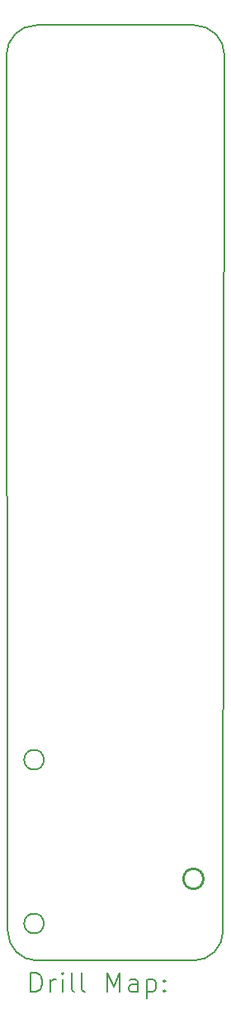
<source format=gbr>
%TF.GenerationSoftware,KiCad,Pcbnew,9.0.3*%
%TF.CreationDate,2025-10-01T23:26:57-04:00*%
%TF.ProjectId,Photon,50686f74-6f6e-42e6-9b69-6361645f7063,1.3*%
%TF.SameCoordinates,Original*%
%TF.FileFunction,Drillmap*%
%TF.FilePolarity,Positive*%
%FSLAX45Y45*%
G04 Gerber Fmt 4.5, Leading zero omitted, Abs format (unit mm)*
G04 Created by KiCad (PCBNEW 9.0.3) date 2025-10-01 23:26:57*
%MOMM*%
%LPD*%
G01*
G04 APERTURE LIST*
%ADD10C,0.200000*%
%ADD11C,0.250000*%
G04 APERTURE END LIST*
D10*
X4191000Y-11277600D02*
X4177926Y-2311400D01*
X4562314Y-9525000D02*
G75*
G02*
X4359114Y-9525000I-101600J0D01*
G01*
X4359114Y-9525000D02*
G75*
G02*
X4562314Y-9525000I101600J0D01*
G01*
X6109074Y-2006600D02*
G75*
G02*
X6413870Y-2311400I-4J-304800D01*
G01*
X6413870Y-2311400D02*
X6400800Y-11277600D01*
X6096000Y-11582400D02*
X4495800Y-11582400D01*
X4562314Y-11201400D02*
G75*
G02*
X4359114Y-11201400I-101600J0D01*
G01*
X4359114Y-11201400D02*
G75*
G02*
X4562314Y-11201400I101600J0D01*
G01*
X4177926Y-2311400D02*
G75*
G02*
X4482726Y-2006596I304804J0D01*
G01*
X6400800Y-11277600D02*
G75*
G02*
X6096000Y-11582400I-304800J0D01*
G01*
X4482726Y-2006600D02*
X6109074Y-2006600D01*
X4495800Y-11582400D02*
G75*
G02*
X4191000Y-11277600I0J304800D01*
G01*
D11*
X6198150Y-10744200D02*
G75*
G02*
X5993849Y-10744200I-102151J0D01*
G01*
X5993849Y-10744200D02*
G75*
G02*
X6198150Y-10744200I102151J0D01*
G01*
D10*
X4428703Y-11903884D02*
X4428703Y-11703884D01*
X4428703Y-11703884D02*
X4476322Y-11703884D01*
X4476322Y-11703884D02*
X4504893Y-11713408D01*
X4504893Y-11713408D02*
X4523941Y-11732455D01*
X4523941Y-11732455D02*
X4533465Y-11751503D01*
X4533465Y-11751503D02*
X4542989Y-11789598D01*
X4542989Y-11789598D02*
X4542989Y-11818169D01*
X4542989Y-11818169D02*
X4533465Y-11856265D01*
X4533465Y-11856265D02*
X4523941Y-11875312D01*
X4523941Y-11875312D02*
X4504893Y-11894360D01*
X4504893Y-11894360D02*
X4476322Y-11903884D01*
X4476322Y-11903884D02*
X4428703Y-11903884D01*
X4628703Y-11903884D02*
X4628703Y-11770550D01*
X4628703Y-11808646D02*
X4638227Y-11789598D01*
X4638227Y-11789598D02*
X4647751Y-11780074D01*
X4647751Y-11780074D02*
X4666798Y-11770550D01*
X4666798Y-11770550D02*
X4685846Y-11770550D01*
X4752512Y-11903884D02*
X4752512Y-11770550D01*
X4752512Y-11703884D02*
X4742989Y-11713408D01*
X4742989Y-11713408D02*
X4752512Y-11722931D01*
X4752512Y-11722931D02*
X4762036Y-11713408D01*
X4762036Y-11713408D02*
X4752512Y-11703884D01*
X4752512Y-11703884D02*
X4752512Y-11722931D01*
X4876322Y-11903884D02*
X4857274Y-11894360D01*
X4857274Y-11894360D02*
X4847751Y-11875312D01*
X4847751Y-11875312D02*
X4847751Y-11703884D01*
X4981084Y-11903884D02*
X4962036Y-11894360D01*
X4962036Y-11894360D02*
X4952512Y-11875312D01*
X4952512Y-11875312D02*
X4952512Y-11703884D01*
X5209655Y-11903884D02*
X5209655Y-11703884D01*
X5209655Y-11703884D02*
X5276322Y-11846741D01*
X5276322Y-11846741D02*
X5342989Y-11703884D01*
X5342989Y-11703884D02*
X5342989Y-11903884D01*
X5523941Y-11903884D02*
X5523941Y-11799122D01*
X5523941Y-11799122D02*
X5514417Y-11780074D01*
X5514417Y-11780074D02*
X5495370Y-11770550D01*
X5495370Y-11770550D02*
X5457274Y-11770550D01*
X5457274Y-11770550D02*
X5438227Y-11780074D01*
X5523941Y-11894360D02*
X5504893Y-11903884D01*
X5504893Y-11903884D02*
X5457274Y-11903884D01*
X5457274Y-11903884D02*
X5438227Y-11894360D01*
X5438227Y-11894360D02*
X5428703Y-11875312D01*
X5428703Y-11875312D02*
X5428703Y-11856265D01*
X5428703Y-11856265D02*
X5438227Y-11837217D01*
X5438227Y-11837217D02*
X5457274Y-11827693D01*
X5457274Y-11827693D02*
X5504893Y-11827693D01*
X5504893Y-11827693D02*
X5523941Y-11818169D01*
X5619179Y-11770550D02*
X5619179Y-11970550D01*
X5619179Y-11780074D02*
X5638227Y-11770550D01*
X5638227Y-11770550D02*
X5676322Y-11770550D01*
X5676322Y-11770550D02*
X5695370Y-11780074D01*
X5695370Y-11780074D02*
X5704893Y-11789598D01*
X5704893Y-11789598D02*
X5714417Y-11808646D01*
X5714417Y-11808646D02*
X5714417Y-11865788D01*
X5714417Y-11865788D02*
X5704893Y-11884836D01*
X5704893Y-11884836D02*
X5695370Y-11894360D01*
X5695370Y-11894360D02*
X5676322Y-11903884D01*
X5676322Y-11903884D02*
X5638227Y-11903884D01*
X5638227Y-11903884D02*
X5619179Y-11894360D01*
X5800131Y-11884836D02*
X5809655Y-11894360D01*
X5809655Y-11894360D02*
X5800131Y-11903884D01*
X5800131Y-11903884D02*
X5790608Y-11894360D01*
X5790608Y-11894360D02*
X5800131Y-11884836D01*
X5800131Y-11884836D02*
X5800131Y-11903884D01*
X5800131Y-11780074D02*
X5809655Y-11789598D01*
X5809655Y-11789598D02*
X5800131Y-11799122D01*
X5800131Y-11799122D02*
X5790608Y-11789598D01*
X5790608Y-11789598D02*
X5800131Y-11780074D01*
X5800131Y-11780074D02*
X5800131Y-11799122D01*
M02*

</source>
